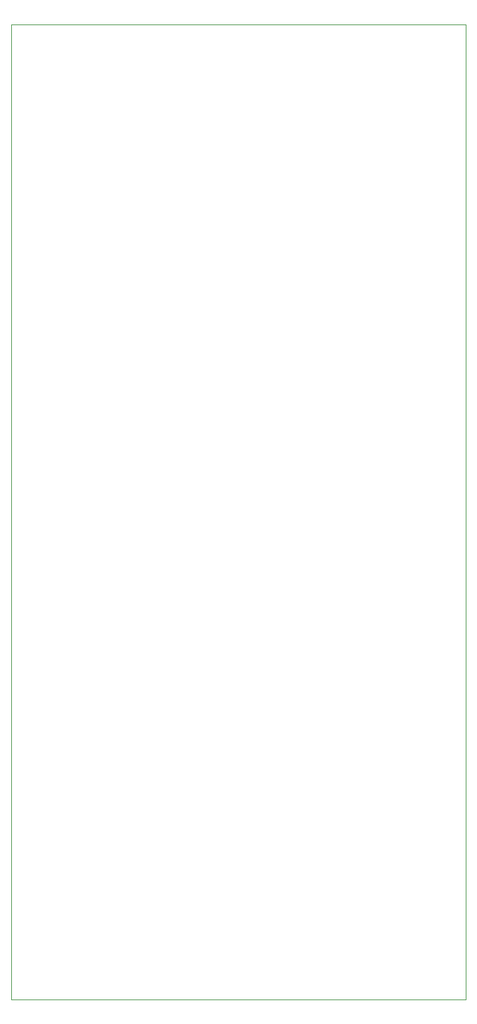
<source format=gbr>
G04 #@! TF.GenerationSoftware,KiCad,Pcbnew,8.0.0*
G04 #@! TF.CreationDate,2024-10-02T08:02:54-07:00*
G04 #@! TF.ProjectId,sumitomo_node_v3,73756d69-746f-46d6-9f5f-6e6f64655f76,rev?*
G04 #@! TF.SameCoordinates,Original*
G04 #@! TF.FileFunction,Profile,NP*
%FSLAX46Y46*%
G04 Gerber Fmt 4.6, Leading zero omitted, Abs format (unit mm)*
G04 Created by KiCad (PCBNEW 8.0.0) date 2024-10-02 08:02:54*
%MOMM*%
%LPD*%
G01*
G04 APERTURE LIST*
G04 #@! TA.AperFunction,Profile*
%ADD10C,0.050000*%
G04 #@! TD*
G04 APERTURE END LIST*
D10*
X60605000Y-43080000D02*
X118700000Y-43080000D01*
X118700000Y-167800000D01*
X60605000Y-167800000D01*
X60605000Y-43080000D01*
M02*

</source>
